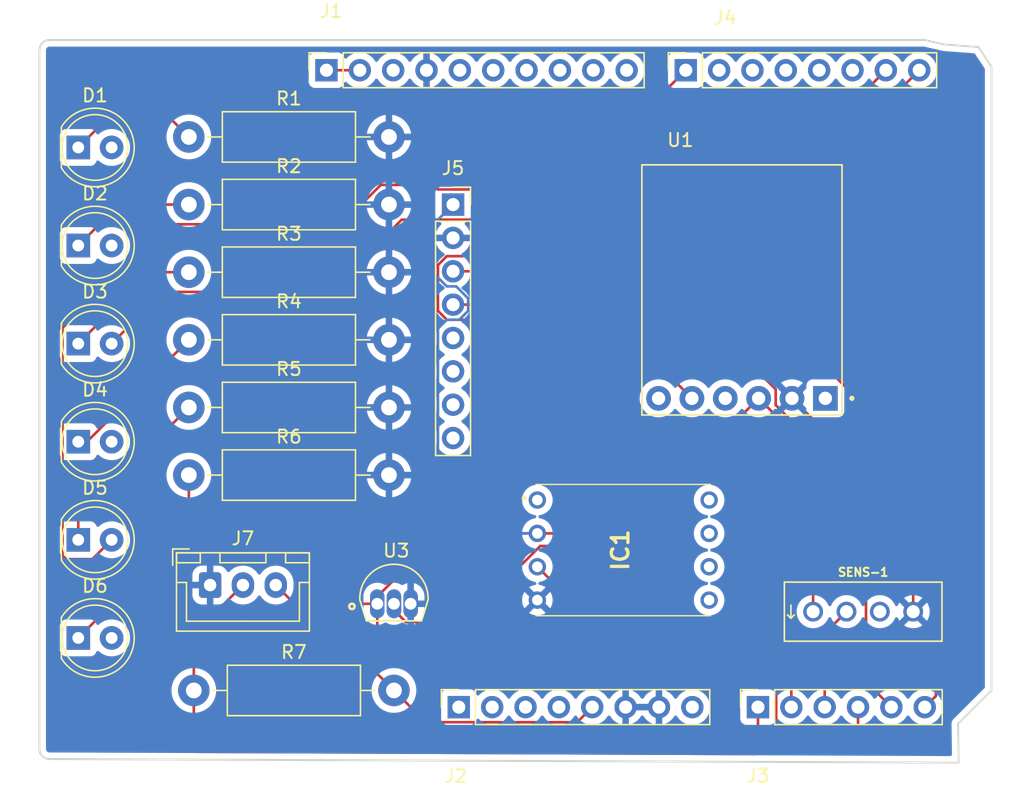
<source format=kicad_pcb>
(kicad_pcb (version 20240108) (generator "pcbnew") (generator_version "8.0")
  (layers (0 "F.Cu" signal) (31 "B.Cu" signal) (34 "B.Paste" user) (35 "F.Paste" user) (36 "B.SilkS" user "B.Silkscreen") (37 "F.SilkS" user "F.Silkscreen") (38 "B.Mask" user) (39 "F.Mask" user) (44 "Edge.Cuts" user))
  (net 0 "")
  (net 1 "Net-(D1-K)")
  (net 2 "/LED_Yellow")
  (net 3 "Net-(D2-K)")
  (net 4 "/LED_Orange")
  (net 5 "Net-(D3-K)")
  (net 6 "/LED_Blue")
  (net 7 "Net-(D4-K)")
  (net 8 "/LED_BlueTwo")
  (net 9 "Net-(D5-K)")
  (net 10 "/LED_Green")
  (net 11 "Net-(D6-K)")
  (net 12 "/LED_Red")
  (net 13 "GND")
  (net 14 "/AREF")
  (net 16 "/I2C_SCL")
  (net 17 "/I2C_SDA")
  (net 19 "/*11")
  (net 20 "/12")
  (net 21 "/13")
  (net 22 "/*10")
  (net 24 "VCC")
  (net 25 "+5V")
  (net 26 "+3V3")
  (net 28 "unconnected-(J2-Pin_3-Pad3)")
  (net 29 "/Pressure Sensor")
  (net 30 "/.")
  (net 31 "/Humidity Sensor")
  (net 32 "/Temp 2")
  (net 33 "/Temp 1")
  (net 34 "/Open Log")
  (net 37 "unconnected-(J4-Pin_2-Pad2)")
  (footprint "Connector_PinSocket_2.54mm:PinSocket_1x08_P2.54mm_Vertical" (layer "F.Cu") (at 134.22 60.27 90)
    (property "Reference" "J4" (at 4 3 0) (layer "F.SilkS"))
    (property "Value" "Digital/PWM")
    (fp_line (start 1.33 -1.33) (end 1.33 0) (stroke (width 0.12)) (layer "F.SilkS"))
    (fp_line (start 0 -1.33) (end 1.33 -1.33) (stroke (width 0.12)) (layer "F.SilkS"))
    (fp_line (start 1.33 1.27) (end 1.33 19.11) (stroke (width 0.12)) (layer "F.SilkS"))
    (fp_line (start -1.33 1.27) (end 1.33 1.27) (stroke (width 0.12)) (layer "F.SilkS"))
    (fp_line (start -1.33 1.27) (end -1.33 19.11) (stroke (width 0.12)) (layer "F.SilkS"))
    (fp_line (start -1.33 19.11) (end 1.33 19.11) (stroke (width 0.12)) (layer "F.SilkS"))
    (pad "1" thru_hole rect (at 0 0 90) (size 1.7 1.7) (drill 1) (layers "*.Cu" "*.Mask") (net 10 "/LED_Green"))
    (pad "2" thru_hole oval (at 0 2.54 90) (size 1.7 1.7) (drill 1) (layers "*.Cu" "*.Mask") (net 37 "unconnected-(J4-Pin_2-Pad2)"))
    (pad "3" thru_hole oval (at 0 5.08 90) (size 1.7 1.7) (drill 1) (layers "*.Cu" "*.Mask"))
    (pad "4" thru_hole oval (at 0 7.62 90) (size 1.7 1.7) (drill 1) (layers "*.Cu" "*.Mask"))
    (pad "5" thru_hole oval (at 0 10.16 90) (size 1.7 1.7) (drill 1) (layers "*.Cu" "*.Mask"))
    (pad "6" thru_hole oval (at 0 12.7 90) (size 1.7 1.7) (drill 1) (layers "*.Cu" "*.Mask"))
    (pad "7" thru_hole oval (at 0 15.24 90) (size 1.7 1.7) (drill 1) (layers "*.Cu" "*.Mask") (net 6 "/LED_Blue"))
    (pad "8" thru_hole oval (at 0 17.78 90) (size 1.7 1.7) (drill 1) (layers "*.Cu" "*.Mask") (net 34 "/Open Log"))
  )
  (footprint "Sensor_Pressure:SSCDANV015PAAA5" (layer "F.Cu") (at 122.92 93 -90)
    (property "Reference" "IC1" (at 3.81 -6.32 90) (layer "F.SilkS") (effects (font (size 1.27 1.27) (thickness 0.254))))
    (property "Value" "SSCDANV015PAAA5" (hide yes))
    (fp_line (start -0.25 1) (end -0.25 1) (stroke (width 0.2)) (layer "F.SilkS"))
    (fp_line (start -0.05 1) (end -0.05 1) (stroke (width 0.2)) (layer "F.SilkS"))
    (fp_line (start -1.19 0.11) (end -1.19 -13.19) (stroke (width 0.1)) (layer "F.SilkS"))
    (fp_line (start 8.81 -13.19) (end 8.81 0.11) (stroke (width 0.1)) (layer "F.SilkS"))
    (fp_arc (start -0.25 1) (mid -0.15 0.9) (end -0.05 1) (stroke (width 0.2)) (layer "F.SilkS"))
    (fp_arc (start -0.05 1) (mid -0.15 1.1) (end -0.25 1) (stroke (width 0.2)) (layer "F.SilkS"))
    (pad "1" thru_hole circle (at 0 0 270) (size 1.321 1.321) (drill 0.813) (layers "*.Cu" "*.Mask"))
    (pad "2" thru_hole circle (at 2.54 0 270) (size 1.321 1.321) (drill 0.813) (layers "*.Cu" "*.Mask") (net 25 "+5V"))
    (pad "3" thru_hole circle (at 5.08 0 270) (size 1.321 1.321) (drill 0.813) (layers "*.Cu" "*.Mask") (net 29 "/Pressure Sensor"))
    (pad "4" thru_hole circle (at 7.62 0 270) (size 1.321 1.321) (drill 0.813) (layers "*.Cu" "*.Mask") (net 13 "GND"))
    (pad "5" thru_hole circle (at 7.62 -13.08 270) (size 1.321 1.321) (drill 0.813) (layers "*.Cu" "*.Mask"))
    (pad "6" thru_hole circle (at 5.08 -13.08 270) (size 1.321 1.321) (drill 0.813) (layers "*.Cu" "*.Mask"))
    (pad "7" thru_hole circle (at 2.54 -13.08 270) (size 1.321 1.321) (drill 0.813) (layers "*.Cu" "*.Mask"))
    (pad "8" thru_hole circle (at 0 -13.08 270) (size 1.321 1.321) (drill 0.813) (layers "*.Cu" "*.Mask"))
  )
  (footprint "Resistor_THT:R_Axial_DIN0411_L9.9mm_D3.6mm_P15.24mm_Horizontal" (layer "F.Cu") (at 96.38 65.35)
    (property "Reference" "R1" (at 7.62 -2.92 0) (layer "F.SilkS"))
    (property "Value" "1k")
    (fp_line (start 1.44 0) (end 2.55 0) (stroke (width 0.12)) (layer "F.SilkS"))
    (fp_line (start 2.55 -1.92) (end 2.55 1.92) (stroke (width 0.12)) (layer "F.SilkS"))
    (fp_line (start 2.55 1.92) (end 12.69 1.92) (stroke (width 0.12)) (layer "F.SilkS"))
    (fp_line (start 12.69 -1.92) (end 2.55 -1.92) (stroke (width 0.12)) (layer "F.SilkS"))
    (fp_line (start 12.69 1.92) (end 12.69 -1.92) (stroke (width 0.12)) (layer "F.SilkS"))
    (fp_line (start 13.8 0) (end 12.69 0) (stroke (width 0.12)) (layer "F.SilkS"))
    (pad "1" thru_hole circle (at 0 0) (size 2.4 2.4) (drill 1.2) (layers "*.Cu" "*.Mask") (net 1 "Net-(D1-K)"))
    (pad "2" thru_hole oval (at 15.24 0) (size 2.4 2.4) (drill 1.2) (layers "*.Cu" "*.Mask") (net 13 "GND"))
  )
  (footprint "LED_THT:LED_D5.0mm" (layer "F.Cu") (at 87.96 88.56)
    (property "Reference" "D4" (at 1.27 -3.96 0) (layer "F.SilkS"))
    (property "Value" "LED")
    (fp_line (start -1.29 -1.545) (end -1.29 1.545) (stroke (width 0.12)) (layer "F.SilkS"))
    (fp_arc (start -1.29 -1.54483) (mid 2.071756 -2.880501) (end 4.26 -0.000048) (stroke (width 0.12)) (layer "F.SilkS"))
    (fp_arc (start 4.26 0.000048) (mid 2.071756 2.880501) (end -1.29 1.54483) (stroke (width 0.12)) (layer "F.SilkS"))
    (fp_circle (center 1.27 0) (end 3.77 0) (stroke (width 0.12)) (fill none) (layer "F.SilkS"))
    (pad "1" thru_hole rect (at 0 0) (size 1.8 1.8) (drill 0.9) (layers "*.Cu" "*.Mask") (net 7 "Net-(D4-K)"))
    (pad "2" thru_hole circle (at 2.54 0) (size 1.8 1.8) (drill 0.9) (layers "*.Cu" "*.Mask") (net 8 "/LED_BlueTwo"))
  )
  (footprint "Resistor_THT:R_Axial_DIN0411_L9.9mm_D3.6mm_P15.24mm_Horizontal" (layer "F.Cu") (at 96.38 91.1)
    (property "Reference" "R6" (at 7.62 -2.92 0) (layer "F.SilkS"))
    (property "Value" "1k")
    (fp_line (start 1.44 0) (end 2.55 0) (stroke (width 0.12)) (layer "F.SilkS"))
    (fp_line (start 2.55 -1.92) (end 2.55 1.92) (stroke (width 0.12)) (layer "F.SilkS"))
    (fp_line (start 2.55 1.92) (end 12.69 1.92) (stroke (width 0.12)) (layer "F.SilkS"))
    (fp_line (start 12.69 -1.92) (end 2.55 -1.92) (stroke (width 0.12)) (layer "F.SilkS"))
    (fp_line (start 12.69 1.92) (end 12.69 -1.92) (stroke (width 0.12)) (layer "F.SilkS"))
    (fp_line (start 13.8 0) (end 12.69 0) (stroke (width 0.12)) (layer "F.SilkS"))
    (pad "1" thru_hole circle (at 0 0) (size 2.4 2.4) (drill 1.2) (layers "*.Cu" "*.Mask") (net 11 "Net-(D6-K)"))
    (pad "2" thru_hole oval (at 15.24 0) (size 2.4 2.4) (drill 1.2) (layers "*.Cu" "*.Mask") (net 13 "GND"))
  )
  (footprint "Resistor_THT:R_Axial_DIN0411_L9.9mm_D3.6mm_P15.24mm_Horizontal" (layer "F.Cu") (at 96.38 75.65)
    (property "Reference" "R3" (at 7.62 -2.92 0) (layer "F.SilkS"))
    (property "Value" "1k")
    (fp_line (start 1.44 0) (end 2.55 0) (stroke (width 0.12)) (layer "F.SilkS"))
    (fp_line (start 2.55 -1.92) (end 2.55 1.92) (stroke (width 0.12)) (layer "F.SilkS"))
    (fp_line (start 2.55 1.92) (end 12.69 1.92) (stroke (width 0.12)) (layer "F.SilkS"))
    (fp_line (start 12.69 -1.92) (end 2.55 -1.92) (stroke (width 0.12)) (layer "F.SilkS"))
    (fp_line (start 12.69 1.92) (end 12.69 -1.92) (stroke (width 0.12)) (layer "F.SilkS"))
    (fp_line (start 13.8 0) (end 12.69 0) (stroke (width 0.12)) (layer "F.SilkS"))
    (pad "1" thru_hole circle (at 0 0) (size 2.4 2.4) (drill 1.2) (layers "*.Cu" "*.Mask") (net 5 "Net-(D3-K)"))
    (pad "2" thru_hole oval (at 15.24 0) (size 2.4 2.4) (drill 1.2) (layers "*.Cu" "*.Mask") (net 13 "GND"))
  )
  (footprint "DEV-13712:MODULE_DEV-13712" (layer "F.Cu") (at 138.5 77)
    (property "Reference" "U1" (at -4.695 -11.41 0) (layer "F.SilkS"))
    (property "Value" "DEV-13712")
    (fp_line (start -7.62 -9.525) (end 7.62 -9.525) (stroke (width 0.127)) (layer "F.SilkS"))
    (fp_line (start -7.62 9.525) (end -7.62 -9.525) (stroke (width 0.127)) (layer "F.SilkS"))
    (fp_line (start 7.62 -9.525) (end 7.62 9.525) (stroke (width 0.127)) (layer "F.SilkS"))
    (fp_line (start 7.62 9.525) (end -7.62 9.525) (stroke (width 0.127)) (layer "F.SilkS"))
    (fp_circle (center 8.37 8.255) (end 8.47 8.255) (stroke (width 0.2)) (fill none) (layer "F.SilkS"))
    (pad "1" thru_hole rect (at 6.35 8.255) (size 1.8796 1.8796) (drill 1.016) (layers "*.Cu" "*.Mask"))
    (pad "2" thru_hole circle (at 3.81 8.255) (size 1.8796 1.8796) (drill 1.016) (layers "*.Cu" "*.Mask") (net 13 "GND"))
    (pad "3" thru_hole circle (at 1.27 8.255) (size 1.8796 1.8796) (drill 1.016) (layers "*.Cu" "*.Mask") (net 25 "+5V"))
    (pad "4" thru_hole circle (at -1.27 8.255) (size 1.8796 1.8796) (drill 1.016) (layers "*.Cu" "*.Mask"))
    (pad "5" thru_hole circle (at -3.81 8.255) (size 1.8796 1.8796) (drill 1.016) (layers "*.Cu" "*.Mask") (net 34 "/Open Log"))
    (pad "6" thru_hole circle (at -6.35 8.255) (size 1.8796 1.8796) (drill 1.016) (layers "*.Cu" "*.Mask"))
  )
  (footprint "Resistor_THT:R_Axial_DIN0411_L9.9mm_D3.6mm_P15.24mm_Horizontal" (layer "F.Cu") (at 96.38 85.95)
    (property "Reference" "R5" (at 7.62 -2.92 0) (layer "F.SilkS"))
    (property "Value" "1k")
    (fp_line (start 1.44 0) (end 2.55 0) (stroke (width 0.12)) (layer "F.SilkS"))
    (fp_line (start 2.55 -1.92) (end 2.55 1.92) (stroke (width 0.12)) (layer "F.SilkS"))
    (fp_line (start 2.55 1.92) (end 12.69 1.92) (stroke (width 0.12)) (layer "F.SilkS"))
    (fp_line (start 12.69 -1.92) (end 2.55 -1.92) (stroke (width 0.12)) (layer "F.SilkS"))
    (fp_line (start 12.69 1.92) (end 12.69 -1.92) (stroke (width 0.12)) (layer "F.SilkS"))
    (fp_line (start 13.8 0) (end 12.69 0) (stroke (width 0.12)) (layer "F.SilkS"))
    (pad "1" thru_hole circle (at 0 0) (size 2.4 2.4) (drill 1.2) (layers "*.Cu" "*.Mask") (net 9 "Net-(D5-K)"))
    (pad "2" thru_hole oval (at 15.24 0) (size 2.4 2.4) (drill 1.2) (layers "*.Cu" "*.Mask") (net 13 "GND"))
  )
  (footprint "Connector_PinSocket_2.54mm:PinSocket_1x10_P2.54mm_Vertical" (layer "F.Cu") (at 106.86 60.27 90)
    (property "Reference" "J1" (at 4.5 0.36 0) (layer "F.SilkS"))
    (property "Value" "Digital/PWM")
    (fp_line (start 1.33 -1.33) (end 1.33 0) (stroke (width 0.12)) (layer "F.SilkS"))
    (fp_line (start 0 -1.33) (end 1.33 -1.33) (stroke (width 0.12)) (layer "F.SilkS"))
    (fp_line (start 1.33 1.27) (end 1.33 24.19) (stroke (width 0.12)) (layer "F.SilkS"))
    (fp_line (start -1.33 1.27) (end 1.33 1.27) (stroke (width 0.12)) (layer "F.SilkS"))
    (fp_line (start -1.33 1.27) (end -1.33 24.19) (stroke (width 0.12)) (layer "F.SilkS"))
    (fp_line (start -1.33 24.19) (end 1.33 24.19) (stroke (width 0.12)) (layer "F.SilkS"))
    (pad "1" thru_hole rect (at 0 0 90) (size 1.7 1.7) (drill 1) (layers "*.Cu" "*.Mask") (net 30 "/."))
    (pad "2" thru_hole oval (at 0 2.54 90) (size 1.7 1.7) (drill 1) (layers "*.Cu" "*.Mask") (net 30 "/."))
    (pad "3" thru_hole oval (at 0 5.08 90) (size 1.7 1.7) (drill 1) (layers "*.Cu" "*.Mask") (net 14 "/AREF"))
    (pad "4" thru_hole oval (at 0 7.62 90) (size 1.7 1.7) (drill 1) (layers "*.Cu" "*.Mask") (net 13 "GND"))
    (pad "5" thru_hole oval (at 0 10.16 90) (size 1.7 1.7) (drill 1) (layers "*.Cu" "*.Mask") (net 21 "/13"))
    (pad "6" thru_hole oval (at 0 12.7 90) (size 1.7 1.7) (drill 1) (layers "*.Cu" "*.Mask") (net 20 "/12"))
    (pad "7" thru_hole oval (at 0 15.24 90) (size 1.7 1.7) (drill 1) (layers "*.Cu" "*.Mask") (net 19 "/*11"))
    (pad "8" thru_hole oval (at 0 17.78 90) (size 1.7 1.7) (drill 1) (layers "*.Cu" "*.Mask") (net 22 "/*10"))
    (pad "9" thru_hole oval (at 0 20.32 90) (size 1.7 1.7) (drill 1) (layers "*.Cu" "*.Mask"))
    (pad "10" thru_hole oval (at 0 22.86 90) (size 1.7 1.7) (drill 1) (layers "*.Cu" "*.Mask"))
  )
  (footprint "Resistor_THT:R_Axial_DIN0411_L9.9mm_D3.6mm_P15.24mm_Horizontal" (layer "F.Cu") (at 96.38 80.8)
    (property "Reference" "R4" (at 7.62 -2.92 0) (layer "F.SilkS"))
    (property "Value" "1k")
    (fp_line (start 1.44 0) (end 2.55 0) (stroke (width 0.12)) (layer "F.SilkS"))
    (fp_line (start 2.55 -1.92) (end 2.55 1.92) (stroke (width 0.12)) (layer "F.SilkS"))
    (fp_line (start 2.55 1.92) (end 12.69 1.92) (stroke (width 0.12)) (layer "F.SilkS"))
    (fp_line (start 12.69 -1.92) (end 2.55 -1.92) (stroke (width 0.12)) (layer "F.SilkS"))
    (fp_line (start 12.69 1.92) (end 12.69 -1.92) (stroke (width 0.12)) (layer "F.SilkS"))
    (fp_line (start 13.8 0) (end 12.69 0) (stroke (width 0.12)) (layer "F.SilkS"))
    (pad "1" thru_hole circle (at 0 0) (size 2.4 2.4) (drill 1.2) (layers "*.Cu" "*.Mask") (net 7 "Net-(D4-K)"))
    (pad "2" thru_hole oval (at 15.24 0) (size 2.4 2.4) (drill 1.2) (layers "*.Cu" "*.Mask") (net 13 "GND"))
  )
  (footprint "Connector_PinSocket_2.54mm:PinSocket_1x08_P2.54mm_Vertical" (layer "F.Cu") (at 116.5 70.5)
    (property "Reference" "J5" (at 0 -2.77 0) (layer "F.SilkS"))
    (property "Value" "CONN_GYRO")
    (fp_line (start -1.33 1.27) (end -1.33 19.11) (stroke (width 0.12)) (layer "F.SilkS"))
    (fp_line (start -1.33 1.27) (end 1.33 1.27) (stroke (width 0.12)) (layer "F.SilkS"))
    (fp_line (start -1.33 19.11) (end 1.33 19.11) (stroke (width 0.12)) (layer "F.SilkS"))
    (fp_line (start 0 -1.33) (end 1.33 -1.33) (stroke (width 0.12)) (layer "F.SilkS"))
    (fp_line (start 1.33 -1.33) (end 1.33 0) (stroke (width 0.12)) (layer "F.SilkS"))
    (fp_line (start 1.33 1.27) (end 1.33 19.11) (stroke (width 0.12)) (layer "F.SilkS"))
    (pad "1" thru_hole rect (at 0 0) (size 1.7 1.7) (drill 1) (layers "*.Cu" "*.Mask") (net 25 "+5V"))
    (pad "2" thru_hole oval (at 0 2.54) (size 1.7 1.7) (drill 1) (layers "*.Cu" "*.Mask") (net 13 "GND"))
    (pad "3" thru_hole oval (at 0 5.08) (size 1.7 1.7) (drill 1) (layers "*.Cu" "*.Mask") (net 16 "/I2C_SCL"))
    (pad "4" thru_hole oval (at 0 7.62) (size 1.7 1.7) (drill 1) (layers "*.Cu" "*.Mask") (net 17 "/I2C_SDA"))
    (pad "5" thru_hole oval (at 0 10.16) (size 1.7 1.7) (drill 1) (layers "*.Cu" "*.Mask"))
    (pad "6" thru_hole oval (at 0 12.7) (size 1.7 1.7) (drill 1) (layers "*.Cu" "*.Mask"))
    (pad "7" thru_hole oval (at 0 15.24) (size 1.7 1.7) (drill 1) (layers "*.Cu" "*.Mask"))
    (pad "8" thru_hole oval (at 0 17.78) (size 1.7 1.7) (drill 1) (layers "*.Cu" "*.Mask"))
  )
  (footprint "LED_THT:LED_D5.0mm" (layer "F.Cu") (at 87.96 103.5)
    (property "Reference" "D6" (at 1.27 -3.96 0) (layer "F.SilkS"))
    (property "Value" "LED")
    (fp_line (start -1.29 -1.545) (end -1.29 1.545) (stroke (width 0.12)) (layer "F.SilkS"))
    (fp_arc (start -1.29 -1.54483) (mid 2.071756 -2.880501) (end 4.26 -0.000048) (stroke (width 0.12)) (layer "F.SilkS"))
    (fp_arc (start 4.26 0.000048) (mid 2.071756 2.880501) (end -1.29 1.54483) (stroke (width 0.12)) (layer "F.SilkS"))
    (fp_circle (center 1.27 0) (end 3.77 0) (stroke (width 0.12)) (fill none) (layer "F.SilkS"))
    (pad "1" thru_hole rect (at 0 0) (size 1.8 1.8) (drill 0.9) (layers "*.Cu" "*.Mask") (net 11 "Net-(D6-K)"))
    (pad "2" thru_hole circle (at 2.54 0) (size 1.8 1.8) (drill 0.9) (layers "*.Cu" "*.Mask") (net 12 "/LED_Red"))
  )
  (footprint "LED_THT:LED_D5.0mm" (layer "F.Cu") (at 87.96 96.03)
    (property "Reference" "D5" (at 1.27 -3.96 0) (layer "F.SilkS"))
    (property "Value" "LED")
    (fp_line (start -1.29 -1.545) (end -1.29 1.545) (stroke (width 0.12)) (layer "F.SilkS"))
    (fp_arc (start -1.29 -1.54483) (mid 2.071756 -2.880501) (end 4.26 -0.000048) (stroke (width 0.12)) (layer "F.SilkS"))
    (fp_arc (start 4.26 0.000048) (mid 2.071756 2.880501) (end -1.29 1.54483) (stroke (width 0.12)) (layer "F.SilkS"))
    (fp_circle (center 1.27 0) (end 3.77 0) (stroke (width 0.12)) (fill none) (layer "F.SilkS"))
    (pad "1" thru_hole rect (at 0 0) (size 1.8 1.8) (drill 0.9) (layers "*.Cu" "*.Mask") (net 9 "Net-(D5-K)"))
    (pad "2" thru_hole circle (at 2.54 0) (size 1.8 1.8) (drill 0.9) (layers "*.Cu" "*.Mask") (net 10 "/LED_Green"))
  )
  (footprint "Connector_PinSocket_2.54mm:PinSocket_1x06_P2.54mm_Vertical" (layer "F.Cu") (at 139.72 108.77 90)
    (property "Reference" "J3" (at -5.23 0 0) (layer "F.SilkS"))
    (property "Value" "Analog")
    (fp_line (start 1.33 -1.33) (end 1.33 0) (stroke (width 0.12)) (layer "F.SilkS"))
    (fp_line (start 0 -1.33) (end 1.33 -1.33) (stroke (width 0.12)) (layer "F.SilkS"))
    (fp_line (start 1.33 1.27) (end 1.33 14.03) (stroke (width 0.12)) (layer "F.SilkS"))
    (fp_line (start -1.33 1.27) (end 1.33 1.27) (stroke (width 0.12)) (layer "F.SilkS"))
    (fp_line (start -1.33 1.27) (end -1.33 14.03) (stroke (width 0.12)) (layer "F.SilkS"))
    (fp_line (start -1.33 14.03) (end 1.33 14.03) (stroke (width 0.12)) (layer "F.SilkS"))
    (pad "1" thru_hole rect (at 0 0 90) (size 1.7 1.7) (drill 1) (layers "*.Cu" "*.Mask") (net 33 "/Temp 1"))
    (pad "2" thru_hole oval (at 0 2.54 90) (size 1.7 1.7) (drill 1) (layers "*.Cu" "*.Mask") (net 32 "/Temp 2"))
    (pad "3" thru_hole oval (at 0 5.08 90) (size 1.7 1.7) (drill 1) (layers "*.Cu" "*.Mask") (net 31 "/Humidity Sensor"))
    (pad "4" thru_hole oval (at 0 7.62 90) (size 1.7 1.7) (drill 1) (layers "*.Cu" "*.Mask") (net 29 "/Pressure Sensor"))
    (pad "5" thru_hole oval (at 0 10.16 90) (size 1.7 1.7) (drill 1) (layers "*.Cu" "*.Mask") (net 17 "/I2C_SDA"))
    (pad "6" thru_hole oval (at 0 12.7 90) (size 1.7 1.7) (drill 1) (layers "*.Cu" "*.Mask") (net 16 "/I2C_SCL"))
  )
  (footprint "Connector_PinSocket_2.54mm:PinSocket_1x08_P2.54mm_Vertical" (layer "F.Cu") (at 116.94 108.77 90)
    (property "Reference" "J2" (at -5.23 -0.22 0) (layer "F.SilkS"))
    (property "Value" "Power")
    (fp_line (start 1.33 -1.33) (end 1.33 0) (stroke (width 0.12)) (layer "F.SilkS"))
    (fp_line (start 0 -1.33) (end 1.33 -1.33) (stroke (width 0.12)) (layer "F.SilkS"))
    (fp_line (start 1.33 1.27) (end 1.33 19.11) (stroke (width 0.12)) (layer "F.SilkS"))
    (fp_line (start -1.33 1.27) (end 1.33 1.27) (stroke (width 0.12)) (layer "F.SilkS"))
    (fp_line (start -1.33 1.27) (end -1.33 19.11) (stroke (width 0.12)) (layer "F.SilkS"))
    (fp_line (start -1.33 19.11) (end 1.33 19.11) (stroke (width 0.12)) (layer "F.SilkS"))
    (pad "1" thru_hole rect (at 0 0 90) (size 1.7 1.7) (drill 1) (layers "*.Cu" "*.Mask"))
    (pad "2" thru_hole oval (at 0 2.54 90) (size 1.7 1.7) (drill 1) (layers "*.Cu" "*.Mask"))
    (pad "3" thru_hole oval (at 0 5.08 90) (size 1.7 1.7) (drill 1) (layers "*.Cu" "*.Mask") (net 28 "unconnected-(J2-Pin_3-Pad3)"))
    (pad "4" thru_hole oval (at 0 7.62 90) (size 1.7 1.7) (drill 1) (layers "*.Cu" "*.Mask") (net 26 "+3V3"))
    (pad "5" thru_hole oval (at 0 10.16 90) (size 1.7 1.7) (drill 1) (layers "*.Cu" "*.Mask") (net 25 "+5V"))
    (pad "6" thru_hole oval (at 0 12.7 90) (size 1.7 1.7) (drill 1) (layers "*.Cu" "*.Mask") (net 13 "GND"))
    (pad "7" thru_hole oval (at 0 15.24 90) (size 1.7 1.7) (drill 1) (layers "*.Cu" "*.Mask") (net 13 "GND"))
    (pad "8" thru_hole oval (at 0 17.78 90) (size 1.7 1.7) (drill 1) (layers "*.Cu" "*.Mask") (net 24 "VCC"))
  )
  (footprint "Sensor_Humidity:SENSOR-DHT11" (layer "F.Cu") (at 147.73 101.5)
    (property "Reference" "SENS-1" (at 0 -3 0) (layer "F.SilkS") (effects (font (size 0.629921 0.629921))))
    (property "Value" "DHT11")
    (fp_line (start -6 -2.25) (end 6 -2.25) (stroke (width 0.127)) (layer "F.SilkS"))
    (fp_line (start -6 2.25) (end -6 -2.25) (stroke (width 0.127)) (layer "F.SilkS"))
    (fp_line (start -5.75 0.25) (end -5.5 0.5) (stroke (width 0.127)) (layer "F.SilkS"))
    (fp_line (start -5.5 -0.5) (end -5.5 0.5) (stroke (width 0.127)) (layer "F.SilkS"))
    (fp_line (start -5.5 0.5) (end -5.75 0.25) (stroke (width 0.127)) (layer "F.SilkS"))
    (fp_line (start -5.5 0.5) (end -5.25 0.25) (stroke (width 0.127)) (layer "F.SilkS"))
    (fp_line (start 6 -2.25) (end 6 2.25) (stroke (width 0.127)) (layer "F.SilkS"))
    (fp_line (start 6 2.25) (end -6 2.25) (stroke (width 0.127)) (layer "F.SilkS"))
    (pad "P$1" thru_hole circle (at -3.81 0) (size 1.508 1.508) (drill 1) (layers "*.Cu" "*.Mask") (net 25 "+5V"))
    (pad "P$2" thru_hole circle (at -1.27 0) (size 1.508 1.508) (drill 1) (layers "*.Cu" "*.Mask") (net 31 "/Humidity Sensor"))
    (pad "P$3" thru_hole circle (at 1.27 0) (size 1.508 1.508) (drill 1) (layers "*.Cu" "*.Mask"))
    (pad "P$4" thru_hole circle (at 3.81 0) (size 1.508 1.508) (drill 1) (layers "*.Cu" "*.Mask") (net 13 "GND"))
  )
  (footprint "Resistor_THT:R_Axial_DIN0411_L9.9mm_D3.6mm_P15.24mm_Horizontal" (layer "F.Cu") (at 96.76 107.5)
    (property "Reference" "R7" (at 7.62 -2.92 0) (layer "F.SilkS"))
    (property "Value" "4.7k")
    (fp_line (start 1.44 0) (end 2.55 0) (stroke (width 0.12)) (layer "F.SilkS"))
    (fp_line (start 2.55 -1.92) (end 2.55 1.92) (stroke (width 0.12)) (layer "F.SilkS"))
    (fp_line (start 2.55 1.92) (end 12.69 1.92) (stroke (width 0.12)) (layer "F.SilkS"))
    (fp_line (start 12.69 -1.92) (end 2.55 -1.92) (stroke (width 0.12)) (layer "F.SilkS"))
    (fp_line (start 12.69 1.92) (end 12.69 -1.92) (stroke (width 0.12)) (layer "F.SilkS"))
    (fp_line (start 13.8 0) (end 12.69 0) (stroke (width 0.12)) (layer "F.SilkS"))
    (pad "1" thru_hole circle (at 0 0) (size 2.4 2.4) (drill 1.2) (layers "*.Cu" "*.Mask") (net 33 "/Temp 1"))
    (pad "2" thru_hole oval (at 15.24 0) (size 2.4 2.4) (drill 1.2) (layers "*.Cu" "*.Mask") (net 25 "+5V"))
  )
  (footprint "LED_THT:LED_D5.0mm" (layer "F.Cu") (at 87.96 73.62)
    (property "Reference" "D2" (at 1.27 -3.96 0) (layer "F.SilkS"))
    (property "Value" "LED")
    (fp_line (start -1.29 -1.545) (end -1.29 1.545) (stroke (width 0.12)) (layer "F.SilkS"))
    (fp_arc (start -1.29 -1.54483) (mid 2.071756 -2.880501) (end 4.26 -0.000048) (stroke (width 0.12)) (layer "F.SilkS"))
    (fp_arc (start 4.26 0.000048) (mid 2.071756 2.880501) (end -1.29 1.54483) (stroke (width 0.12)) (layer "F.SilkS"))
    (fp_circle (center 1.27 0) (end 3.77 0) (stroke (width 0.12)) (fill none) (layer "F.SilkS"))
    (pad "1" thru_hole rect (at 0 0) (size 1.8 1.8) (drill 0.9) (layers "*.Cu" "*.Mask") (net 3 "Net-(D2-K)"))
    (pad "2" thru_hole circle (at 2.54 0) (size 1.8 1.8) (drill 0.9) (layers "*.Cu" "*.Mask") (net 4 "/LED_Orange"))
  )
  (footprint "LED_THT:LED_D5.0mm" (layer "F.Cu") (at 87.96 66.15)
    (property "Reference" "D1" (at 1.27 -3.96 0) (layer "F.SilkS"))
    (property "Value" "LED")
    (fp_line (start -1.29 -1.545) (end -1.29 1.545) (stroke (width 0.12)) (layer "F.SilkS"))
    (fp_arc (start -1.29 -1.54483) (mid 2.071756 -2.880501) (end 4.26 -0.000048) (stroke (width 0.12)) (layer "F.SilkS"))
    (fp_arc (start 4.26 0.000048) (mid 2.071756 2.880501) (end -1.29 1.54483) (stroke (width 0.12)) (layer "F.SilkS"))
    (fp_circle (center 1.27 0) (end 3.77 0) (stroke (width 0.12)) (fill none) (layer "F.SilkS"))
    (pad "1" thru_hole rect (at 0 0) (size 1.8 1.8) (drill 0.9) (layers "*.Cu" "*.Mask") (net 1 "Net-(D1-K)"))
    (pad "2" thru_hole circle (at 2.54 0) (size 1.8 1.8) (drill 0.9) (layers "*.Cu" "*.Mask") (net 2 "/LED_Yellow"))
  )
  (footprint "Resistor_THT:R_Axial_DIN0411_L9.9mm_D3.6mm_P15.24mm_Horizontal" (layer "F.Cu") (at 96.38 70.5)
    (property "Reference" "R2" (at 7.62 -2.92 0) (layer "F.SilkS"))
    (property "Value" "1k")
    (fp_line (start 1.44 0) (end 2.55 0) (stroke (width 0.12)) (layer "F.SilkS"))
    (fp_line (start 2.55 -1.92) (end 2.55 1.92) (stroke (width 0.12)) (layer "F.SilkS"))
    (fp_line (start 2.55 1.92) (end 12.69 1.92) (stroke (width 0.12)) (layer "F.SilkS"))
    (fp_line (start 12.69 -1.92) (end 2.55 -1.92) (stroke (width 0.12)) (layer "F.SilkS"))
    (fp_line (start 12.69 1.92) (end 12.69 -1.92) (stroke (width 0.12)) (layer "F.SilkS"))
    (fp_line (start 13.8 0) (end 12.69 0) (stroke (width 0.12)) (layer "F.SilkS"))
    (pad "1" thru_hole circle (at 0 0) (size 2.4 2.4) (drill 1.2) (layers "*.Cu" "*.Mask") (net 3 "Net-(D2-K)"))
    (pad "2" thru_hole oval (at 15.24 0) (size 2.4 2.4) (drill 1.2) (layers "*.Cu" "*.Mask") (net 13 "GND"))
  )
  (footprint "Sensor:XDCR_TMP36GT9" (layer "F.Cu") (at 112 100)
    (property "Reference" "U3" (at 0.175335 -3.141005 0) (layer "F.SilkS") (effects (font (size 1.001913 1.001913))))
    (property "Value" "TEMP35")
    (fp_line (start -2.6 0.6) (end -2.1 2.2) (stroke (width 0.127)) (layer "F.SilkS"))
    (fp_line (start -2.1 2.2) (end 2.1 2.2) (stroke (width 0.127)) (layer "F.SilkS"))
    (fp_line (start 2.1 2.2) (end 2.6 0.6) (stroke (width 0.127)) (layer "F.SilkS"))
    (fp_arc (start -2.6 0.538) (mid 0 -2.107779) (end 2.6 0.538) (stroke (width 0.127)) (layer "F.SilkS"))
    (fp_circle (center -3.2 1.1) (end -3 1.1) (stroke (width 0.2)) (fill none) (layer "F.SilkS"))
    (pad "1" thru_hole oval (at -1.27 0.9) (size 1.1 2.2) (drill 0.9) (layers "*.Cu" "*.Mask") (net 25 "+5V"))
    (pad "2" thru_hole oval (at 0 0.9) (size 1.1 2.2) (drill 0.9) (layers "*.Cu" "*.Mask") (net 32 "/Temp 2"))
    (pad "3" thru_hole oval (at 1.27 0.9) (size 1.1 2.2) (drill 0.9) (layers "*.Cu" "*.Mask") (net 13 "GND"))
  )
  (footprint "LED_THT:LED_D5.0mm" (layer "F.Cu") (at 87.96 81.09)
    (property "Reference" "D3" (at 1.27 -3.96 0) (layer "F.SilkS"))
    (property "Value" "LED")
    (fp_line (start -1.29 -1.545) (end -1.29 1.545) (stroke (width 0.12)) (layer "F.SilkS"))
    (fp_arc (start -1.29 -1.54483) (mid 2.071756 -2.880501) (end 4.26 -0.000048) (stroke (width 0.12)) (layer "F.SilkS"))
    (fp_arc (start 4.26 0.000048) (mid 2.071756 2.880501) (end -1.29 1.54483) (stroke (width 0.12)) (layer "F.SilkS"))
    (fp_circle (center 1.27 0) (end 3.77 0) (stroke (width 0.12)) (fill none) (layer "F.SilkS"))
    (pad "1" thru_hole rect (at 0 0) (size 1.8 1.8) (drill 0.9) (layers "*.Cu" "*.Mask") (net 5 "Net-(D3-K)"))
    (pad "2" thru_hole circle (at 2.54 0) (size 1.8 1.8) (drill 0.9) (layers "*.Cu" "*.Mask") (net 6 "/LED_Blue"))
  )
  (footprint "Connector_JST:JST_XH_B3B-XH-A_1x03_P2.50mm_Vertical" (layer "F.Cu") (at 98 99.475)
    (property "Reference" "J7" (at 2.5 -3.55 0) (layer "F.SilkS"))
    (property "Value" "CONN_TEMP")
    (fp_line (start -2.85 -2.75) (end -2.85 -1.5) (stroke (width 0.12)) (layer "F.SilkS"))
    (fp_line (start -2.56 -2.46) (end -2.56 3.51) (stroke (width 0.12)) (layer "F.SilkS"))
    (fp_line (start -2.56 3.51) (end 7.56 3.51) (stroke (width 0.12)) (layer "F.SilkS"))
    (fp_line (start -2.55 -2.45) (end -2.55 -1.7) (stroke (width 0.12)) (layer "F.SilkS"))
    (fp_line (start -2.55 -1.7) (end -0.75 -1.7) (stroke (width 0.12)) (layer "F.SilkS"))
    (fp_line (start -2.55 -0.2) (end -1.8 -0.2) (stroke (width 0.12)) (layer "F.SilkS"))
    (fp_line (start -1.8 -0.2) (end -1.8 2.75) (stroke (width 0.12)) (layer "F.SilkS"))
    (fp_line (start -1.8 2.75) (end 2.5 2.75) (stroke (width 0.12)) (layer "F.SilkS"))
    (fp_line (start -1.6 -2.75) (end -2.85 -2.75) (stroke (width 0.12)) (layer "F.SilkS"))
    (fp_line (start -0.75 -2.45) (end -2.55 -2.45) (stroke (width 0.12)) (layer "F.SilkS"))
    (fp_line (start -0.75 -1.7) (end -0.75 -2.45) (stroke (width 0.12)) (layer "F.SilkS"))
    (fp_line (start 0.75 -2.45) (end 0.75 -1.7) (stroke (width 0.12)) (layer "F.SilkS"))
    (fp_line (start 0.75 -1.7) (end 4.25 -1.7) (stroke (width 0.12)) (layer "F.SilkS"))
    (fp_line (start 4.25 -2.45) (end 0.75 -2.45) (stroke (width 0.12)) (layer "F.SilkS"))
    (fp_line (start 4.25 -1.7) (end 4.25 -2.45) (stroke (width 0.12)) (layer "F.SilkS"))
    (fp_line (start 5.75 -2.45) (end 5.75 -1.7) (stroke (width 0.12)) (layer "F.SilkS"))
    (fp_line (start 5.75 -1.7) (end 7.55 -1.7) (stroke (width 0.12)) (layer "F.SilkS"))
    (fp_line (start 6.8 -0.2) (end 6.8 2.75) (stroke (width 0.12)) (layer "F.SilkS"))
    (fp_line (start 6.8 2.75) (end 2.5 2.75) (stroke (width 0.12)) (layer "F.SilkS"))
    (fp_line (start 7.55 -2.45) (end 5.75 -2.45) (stroke (width 0.12)) (layer "F.SilkS"))
    (fp_line (start 7.55 -1.7) (end 7.55 -2.45) (stroke (width 0.12)) (layer "F.SilkS"))
    (fp_line (start 7.55 -0.2) (end 6.8 -0.2) (stroke (width 0.12)) (layer "F.SilkS"))
    (fp_line (start 7.56 -2.46) (end -2.56 -2.46) (stroke (width 0.12)) (layer "F.SilkS"))
    (fp_line (start 7.56 3.51) (end 7.56 -2.46) (stroke (width 0.12)) (layer "F.SilkS"))
    (pad "1" thru_hole roundrect (at 0 0) (size 1.7 1.95) (drill 0.95) (layers "*.Cu" "*.Mask") (roundrect_rratio 0.147059) (net 13 "GND"))
    (pad "2" thru_hole oval (at 2.5 0) (size 1.7 1.95) (drill 0.95) (layers "*.Cu" "*.Mask") (net 33 "/Temp 1"))
    (pad "3" thru_hole oval (at 5 0) (size 1.7 1.95) (drill 0.95) (layers "*.Cu" "*.Mask") (net 25 "+5V"))
  )
  (gr_line (start 152.42 57.97) (end 153.92 58.31) (stroke (width 0.15)) (layer "Edge.Cuts"))
  (gr_line (start 85 111.961185) (end 85 58.732) (stroke (width 0.15)) (layer "Edge.Cuts"))
  (gr_line (start 155 113) (end 85.762 112.723185) (stroke (width 0.15)) (layer "Edge.Cuts"))
  (gr_line (start 85.762 57.97) (end 152.42 57.97) (stroke (width 0.15)) (layer "Edge.Cuts"))
  (gr_line (start 157.5 60) (end 156.5 58.5) (stroke (width 0.15)) (layer "Edge.Cuts"))
  (gr_line (start 157.5 60) (end 157.5 107.5) (stroke (width 0.15)) (layer "Edge.Cuts"))
  (gr_line (start 154.96 110.04) (end 155 113) (stroke (width 0.15)) (layer "Edge.Cuts"))
  (gr_arc (start 85.762 112.723185) (mid 85.223185 112.5) (end 85 111.961185) (stroke (width 0.15)) (layer "Edge.Cuts"))
  (gr_line (start 157.5 107.5) (end 154.96 110.04) (stroke (width 0.15)) (layer "Edge.Cuts"))
  (gr_arc (start 85 58.732) (mid 85.223185 58.193185) (end 85.762 57.97) (stroke (width 0.15)) (layer "Edge.Cuts"))
  (gr_line (start 153.92 58.31) (end 156.5 58.5) (stroke (width 0.15)) (layer "Edge.Cuts"))
  (segment (start 95.18 64.15) (end 96.38 65.35) (width 0.2) (layer "F.Cu") (net 1))
  (segment (start 87.96 66.15) (end 89.96 64.15) (width 0.2) (layer "F.Cu") (net 1))
  (segment (start 89.96 64.15) (end 95.18 64.15) (width 0.2) (layer "F.Cu") (net 1))
  (segment (start 91.08 70.5) (end 96.38 70.5) (width 0.2) (layer "F.Cu") (net 3))
  (segment (start 87.96 73.62) (end 91.08 70.5) (width 0.2) (layer "F.Cu") (net 3))
  (segment (start 93.4 75.65) (end 96.38 75.65) (width 0.2) (layer "F.Cu") (net 5))
  (segment (start 87.96 81.09) (end 93.4 75.65) (width 0.2) (layer "F.Cu") (net 5))
  (segment (start 149.46 60.27) (end 138.08 71.65) (width 0.2) (layer "F.Cu") (net 6))
  (segment (start 94.44 77.15) (end 90.5 81.09) (width 0.2) (layer "F.Cu") (net 6))
  (segment (start 112.591321 71.65) (end 107.091321 77.15) (width 0.2) (layer "F.Cu") (net 6))
  (segment (start 107.091321 77.15) (end 94.44 77.15) (width 0.2) (layer "F.Cu") (net 6))
  (segment (start 138.08 71.65) (end 112.591321 71.65) (width 0.2) (layer "F.Cu") (net 6))
  (segment (start 88.62 88.56) (end 96.38 80.8) (width 0.2) (layer "F.Cu") (net 7))
  (segment (start 87.96 88.56) (end 88.62 88.56) (width 0.2) (layer "F.Cu") (net 7))
  (segment (start 87.96 96.03) (end 87.96 94.37) (width 0.2) (layer "F.Cu") (net 9))
  (segment (start 87.96 94.37) (end 96.38 85.95) (width 0.2) (layer "F.Cu") (net 9))
  (segment (start 86.76 79.89) (end 86.76 97.23) (width 0.2) (layer "F.Cu") (net 10))
  (segment (start 87.03 97.5) (end 89.03 97.5) (width 0.2) (layer "F.Cu") (net 10))
  (segment (start 94.65 72) (end 86.76 79.89) (width 0.2) (layer "F.Cu") (net 10))
  (segment (start 115.35 69.35) (end 115 69) (width 0.2) (layer "F.Cu") (net 10))
  (segment (start 134.22 60.27) (end 125.14 69.35) (width 0.2) (layer "F.Cu") (net 10))
  (segment (start 86.76 97.23) (end 87.03 97.5) (width 0.2) (layer "F.Cu") (net 10))
  (segment (start 107.998679 72) (end 94.65 72) (width 0.2) (layer "F.Cu") (net 10))
  (segment (start 115 69) (end 110.998679 69) (width 0.2) (layer "F.Cu") (net 10))
  (segment (start 89.03 97.5) (end 90.5 96.03) (width 0.2) (layer "F.Cu") (net 10))
  (segment (start 110.998679 69) (end 107.998679 72) (width 0.2) (layer "F.Cu") (net 10))
  (segment (start 125.14 69.35) (end 115.35 69.35) (width 0.2) (layer "F.Cu") (net 10))
  (segment (start 87.96 103.5) (end 96.38 95.08) (width 0.2) (layer "F.Cu") (net 11))
  (segment (start 96.38 95.08) (end 96.38 91.1) (width 0.2) (layer "F.Cu") (net 11))
  (segment (start 98 99.475) (end 98 99) (width 0.2) (layer "F.Cu") (net 13))
  (segment (start 151.54 101.5) (end 151.54 94.485) (width 0.2) (layer "F.Cu") (net 13))
  (segment (start 151.54 94.485) (end 142.31 85.255) (width 0.2) (layer "F.Cu") (net 13))
  (segment (start 153.27 107.92) (end 153.27 91.27) (width 0.2) (layer "F.Cu") (net 16))
  (segment (start 152.42 108.77) (end 153.27 107.92) (width 0.2) (layer "F.Cu") (net 16))
  (segment (start 153.27 91.27) (end 137.58 75.58) (width 0.2) (layer "F.Cu") (net 16))
  (segment (start 137.58 75.58) (end 116.5 75.58) (width 0.2) (layer "F.Cu") (net 16))
  (segment (start 147.946 106.836) (end 147.946 92.644342) (width 0.2) (layer "F.Cu") (net 17))
  (segment (start 149.88 108.77) (end 147.946 106.836) (width 0.2) (layer "F.Cu") (net 17))
  (segment (start 134.62 78.12) (end 116.5 78.12) (width 0.2) (layer "F.Cu") (net 17))
  (segment (start 141.0702 84.5702) (end 134.62 78.12) (width 0.2) (layer "F.Cu") (net 17))
  (segment (start 147.946 92.644342) (end 141.0702 85.768542) (width 0.2) (layer "F.Cu") (net 17))
  (segment (start 141.0702 85.768542) (end 141.0702 84.5702) (width 0.2) (layer "F.Cu") (net 17))
  (segment (start 143.92 89.405) (end 139.77 85.255) (width 0.2) (layer "F.Cu") (net 25))
  (segment (start 110.73 100.9) (end 110.73 100.35) (width 0.2) (layer "F.Cu") (net 25))
  (segment (start 125.95 109.92) (end 114.42 109.92) (width 0.2) (layer "F.Cu") (net 25))
  (segment (start 110.73 100.9) (end 104.425 100.9) (width 0.2) (layer "F.Cu") (net 25))
  (segment (start 129.485 95.54) (end 139.77 85.255) (width 0.2) (layer "F.Cu") (net 25))
  (segment (start 114.42 109.92) (end 112 107.5) (width 0.2) (layer "F.Cu") (net 25))
  (segment (start 127.1 108.77) (end 125.95 109.92) (width 0.2) (layer "F.Cu") (net 25))
  (segment (start 122.92 95.54) (end 129.485 95.54) (width 0.2) (layer "F.Cu") (net 25))
  (segment (start 112 107.5) (end 110.73 106.23) (width 0.2) (layer "F.Cu") (net 25))
  (segment (start 110.73 106.23) (end 110.73 100.9) (width 0.2) (layer "F.Cu") (net 25))
  (segment (start 143.92 101.5) (end 143.92 89.405) (width 0.2) (layer "F.Cu") (net 25))
  (segment (start 110.73 100.35) (end 115.54 95.54) (width 0.2) (layer "F.Cu") (net 25))
  (segment (start 104.425 100.9) (end 103 99.475) (width 0.2) (layer "F.Cu") (net 25))
  (segment (start 115.54 95.54) (end 122.92 95.54) (width 0.2) (layer "F.Cu") (net 25))
  (segment (start 116.736346 76.73) (end 116.023654 76.73) (width 0.2) (layer "B.Cu") (net 25))
  (segment (start 116.976346 79.27) (end 117.65 78.596346) (width 0.2) (layer "B.Cu") (net 25))
  (segment (start 119.54 95.54) (end 114.5 90.5) (width 0.2) (layer "B.Cu") (net 25))
  (segment (start 114.5 90.5) (end 115.35 89.65) (width 0.2) (layer "B.Cu") (net 25))
  (segment (start 116.023654 79.27) (end 116.976346 79.27) (width 0.2) (layer "B.Cu") (net 25))
  (segment (start 122.92 95.54) (end 119.54 95.54) (width 0.2) (layer "B.Cu") (net 25))
  (segment (start 115.35 79.943654) (end 116.023654 79.27) (width 0.2) (layer "B.Cu") (net 25))
  (segment (start 116.023654 76.73) (end 115 75.706346) (width 0.2) (layer "B.Cu") (net 25))
  (segment (start 115 75.706346) (end 115 72) (width 0.2) (layer "B.Cu") (net 25))
  (segment (start 117.65 77.643654) (end 116.736346 76.73) (width 0.2) (layer "B.Cu") (net 25))
  (segment (start 117.65 78.596346) (end 117.65 77.643654) (width 0.2) (layer "B.Cu") (net 25))
  (segment (start 115.35 89.65) (end 115.35 79.943654) (width 0.2) (layer "B.Cu") (net 25))
  (segment (start 115 72) (end 116.5 70.5) (width 0.2) (layer "B.Cu") (net 25))
  (segment (start 122.02 108.77) (end 121.77 108.77) (width 0.2) (layer "F.Cu") (net 28))
  (segment (start 121.77 108.77) (end 121.5 108.5) (width 0.2) (layer "F.Cu") (net 28))
  (segment (start 147 111.5) (end 147.5 111) (width 0.2) (layer "F.Cu") (net 29))
  (segment (start 141.11 106.89) (end 141.11 110.61) (width 0.2) (layer "F.Cu") (net 29))
  (segment (start 142 111.5) (end 147 111.5) (width 0.2) (layer "F.Cu") (net 29))
  (segment (start 129.73 101.08) (end 135.15 106.5) (width 0.2) (layer "F.Cu") (net 29))
  (segment (start 125.92 101.08) (end 129.73 101.08) (width 0.2) (layer "F.Cu") (net 29))
  (segment (start 141.11 110.61) (end 142 111.5) (width 0.2) (layer "F.Cu") (net 29))
  (segment (start 125.92 101.08) (end 125.95 101.11) (width 0.2) (layer "F.Cu") (net 29))
  (segment (start 135.15 106.5) (end 141.5 106.5) (width 0.2) (layer "F.Cu") (net 29))
  (segment (start 122.92 98.08) (end 125.92 101.08) (width 0.2) (layer "F.Cu") (net 29))
  (segment (start 141.5 106.5) (end 141.11 106.89) (width 0.2) (layer "F.Cu") (net 29))
  (segment (start 147.34 110.84) (end 147.34 108.77) (width 0.2) (layer "F.Cu") (net 29))
  (segment (start 147.5 111) (end 147.34 110.84) (width 0.2) (layer "F.Cu") (net 29))
  (segment (start 109.4 60.27) (end 106.86 60.27) (width 0.2) (layer "F.Cu") (net 30))
  (segment (start 146.46 101.5) (end 144.8 103.16) (width 0.2) (layer "F.Cu") (net 31))
  (segment (start 144.8 103.16) (end 144.8 108.77) (width 0.2) (layer "F.Cu") (net 31))
  (segment (start 130.4995 96.5005) (end 136 91) (width 0.2) (layer "F.Cu") (net 32))
  (segment (start 112.917918 102.3) (end 117.341647 102.3) (width 0.2) (layer "F.Cu") (net 32))
  (segment (start 112 101.382082) (end 112.917918 102.3) (width 0.2) (layer "F.Cu") (net 32))
  (segment (start 142.26 96.26) (end 142.26 108.77) (width 0.2) (layer "F.Cu") (net 32))
  (segment (start 112 100.9) (end 112 101.382082) (width 0.2) (layer "F.Cu") (net 32))
  (segment (start 117.341647 102.3) (end 123.141147 96.5005) (width 0.2) (layer "F.Cu") (net 32))
  (segment (start 136 91) (end 137 91) (width 0.2) (layer "F.Cu") (net 32))
  (segment (start 123.141147 96.5005) (end 130.4995 96.5005) (width 0.2) (layer "F.Cu") (net 32))
  (segment (start 112 101.45) (end 112 100.9) (width 0.2) (layer "F.Cu") (net 32))
  (segment (start 137 91) (end 142.26 96.26) (width 0.2) (layer "F.Cu") (net 32))
  (segment (start 139.506645 112.338053) (end 139.72 112.124698) (width 0.2) (layer "F.Cu") (net 33))
  (segment (start 139.72 112.124698) (end 139.72 108.77) (width 0.2) (layer "F.Cu") (net 33))
  (segment (start 97.001327 112.168115) (end 139.506645 112.338053) (width 0.2) (layer "F.Cu") (net 33))
  (segment (start 96.76 111.926788) (end 97.001327 112.168115) (width 0.2) (layer "F.Cu") (net 33))
  (segment (start 96.76 103.215) (end 100.5 99.475) (width 0.2) (layer "F.Cu") (net 33))
  (segment (start 96.76 107.5) (end 96.76 103.215) (width 0.2) (layer "F.Cu") (net 33))
  (segment (start 96.76 107.5) (end 96.76 111.926788) (width 0.2) (layer "F.Cu") (net 33))
  (segment (start 116.023654 79.27) (end 115.35 78.596346) (width 0.2) (layer "F.Cu") (net 34))
  (segment (start 134.69 85.255) (end 128.705 79.27) (width 0.2) (layer "F.Cu") (net 34))
  (segment (start 115.35 78.596346) (end 115.35 75.103654) (width 0.2) (layer "F.Cu") (net 34))
  (segment (start 128.705 79.27) (end 116.023654 79.27) (width 0.2) (layer "F.Cu") (net 34))
  (segment (start 116.023654 74.43) (end 137.84 74.43) (width 0.2) (layer "F.Cu") (net 34))
  (segment (start 137.84 74.43) (end 152 60.27) (width 0.2) (layer "F.Cu") (net 34))
  (segment (start 115.35 75.103654) (end 116.023654 74.43) (width 0.2) (layer "F.Cu") (net 34))
  (segment (start 137.18 60.51) (end 136.92 60.25) (width 0.25) (layer "F.Cu") (net 37))
  (zone (net 13) (net_name "GND") (layer "B.Cu") (connect_pads (clearance 0.5)) (min_thickness 0.25) (fill yes (thermal_gap 0.5) (thermal_bridge_width 0.5))
    (polygon (pts (xy 160 55.5) (xy 160 115.5) (xy 82 115.5) (xy 82.5 56)))
  )
)
</source>
